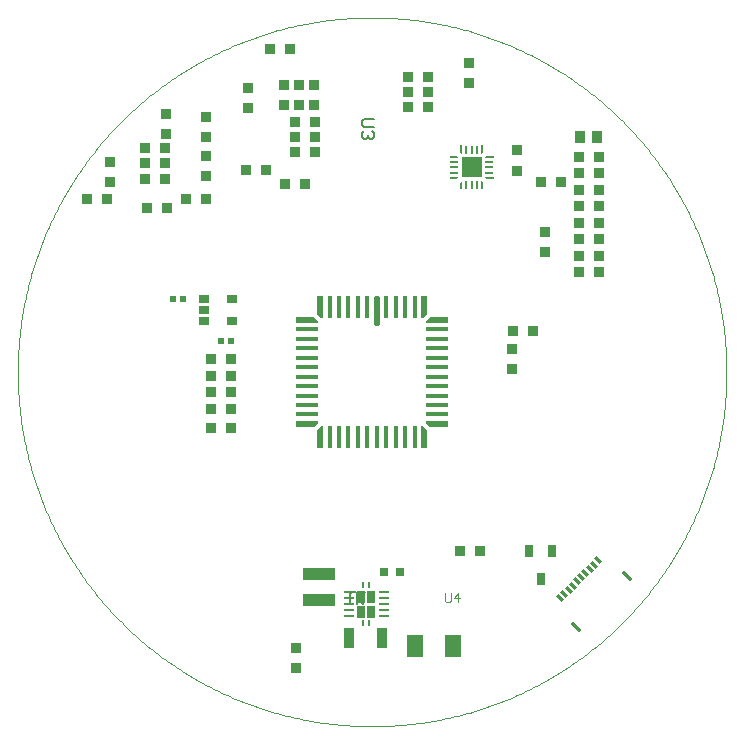
<source format=gbp>
G04*
G04 #@! TF.GenerationSoftware,Altium Limited,Altium Designer,22.4.2 (48)*
G04*
G04 Layer_Color=128*
%FSLAX25Y25*%
%MOIN*%
G70*
G04*
G04 #@! TF.SameCoordinates,A5219701-5F61-4D45-AD81-8ED9BC4A77AE*
G04*
G04*
G04 #@! TF.FilePolarity,Positive*
G04*
G01*
G75*
%ADD14C,0.00787*%
%ADD17C,0.00004*%
%ADD18C,0.00700*%
%ADD19C,0.00400*%
%ADD27R,0.10630X0.03937*%
G04:AMPARAMS|DCode=29|XSize=9.06mil|YSize=31.5mil|CornerRadius=1mil|HoleSize=0mil|Usage=FLASHONLY|Rotation=90.000|XOffset=0mil|YOffset=0mil|HoleType=Round|Shape=RoundedRectangle|*
%AMROUNDEDRECTD29*
21,1,0.00906,0.02950,0,0,90.0*
21,1,0.00706,0.03150,0,0,90.0*
1,1,0.00200,0.01475,0.00353*
1,1,0.00200,0.01475,-0.00353*
1,1,0.00200,-0.01475,-0.00353*
1,1,0.00200,-0.01475,0.00353*
%
%ADD29ROUNDEDRECTD29*%
%ADD33R,0.03543X0.03543*%
%ADD41R,0.05315X0.07480*%
%ADD42R,0.03740X0.06693*%
%ADD43R,0.03740X0.04134*%
%ADD46R,0.03543X0.03543*%
G04:AMPARAMS|DCode=103|XSize=11.81mil|YSize=27.56mil|CornerRadius=0mil|HoleSize=0mil|Usage=FLASHONLY|Rotation=225.000|XOffset=0mil|YOffset=0mil|HoleType=Round|Shape=Rectangle|*
%AMROTATEDRECTD103*
4,1,4,-0.00557,0.01392,0.01392,-0.00557,0.00557,-0.01392,-0.01392,0.00557,-0.00557,0.01392,0.0*
%
%ADD103ROTATEDRECTD103*%

G04:AMPARAMS|DCode=104|XSize=11.81mil|YSize=39.37mil|CornerRadius=0mil|HoleSize=0mil|Usage=FLASHONLY|Rotation=225.000|XOffset=0mil|YOffset=0mil|HoleType=Round|Shape=Rectangle|*
%AMROTATEDRECTD104*
4,1,4,-0.00974,0.01810,0.01810,-0.00974,0.00974,-0.01810,-0.01810,0.00974,-0.00974,0.01810,0.0*
%
%ADD104ROTATEDRECTD104*%

%ADD105R,0.02423X0.02254*%
%ADD106R,0.02756X0.03937*%
%ADD112R,0.02559X0.02756*%
%ADD114R,0.06693X0.06693*%
%ADD119R,0.03543X0.02559*%
%ADD142R,0.02677X0.04134*%
%ADD143R,0.01024X0.01968*%
%ADD144R,0.01772X0.07480*%
%ADD145R,0.01772X0.03740*%
G04:AMPARAMS|DCode=146|XSize=17.72mil|YSize=100.39mil|CornerRadius=0mil|HoleSize=0mil|Usage=FLASHONLY|Rotation=180.000|XOffset=0mil|YOffset=0mil|HoleType=Round|Shape=Octagon|*
%AMOCTAGOND146*
4,1,8,0.00443,-0.05020,-0.00443,-0.05020,-0.00886,-0.04577,-0.00886,0.04577,-0.00443,0.05020,0.00443,0.05020,0.00886,0.04577,0.00886,-0.04577,0.00443,-0.05020,0.0*
%
%ADD146OCTAGOND146*%

%ADD147R,0.07480X0.01772*%
%ADD148R,0.03740X0.01772*%
%ADD149R,0.00787X0.02953*%
%ADD150R,0.02953X0.00787*%
G04:AMPARAMS|DCode=151|XSize=7.87mil|YSize=13.78mil|CornerRadius=0mil|HoleSize=0mil|Usage=FLASHONLY|Rotation=90.000|XOffset=0mil|YOffset=0mil|HoleType=Round|Shape=Octagon|*
%AMOCTAGOND151*
4,1,8,-0.00689,-0.00197,-0.00689,0.00197,-0.00492,0.00394,0.00492,0.00394,0.00689,0.00197,0.00689,-0.00197,0.00492,-0.00394,-0.00492,-0.00394,-0.00689,-0.00197,0.0*
%
%ADD151OCTAGOND151*%

G36*
X119920Y120907D02*
X118601Y119588D01*
X112442D01*
Y121357D01*
X119920D01*
Y120907D01*
D02*
G37*
G36*
X121338Y112442D02*
X119588D01*
Y118601D01*
X120907Y119920D01*
X121357D01*
X121338Y112442D01*
D02*
G37*
G36*
X121357Y155670D02*
X120907D01*
X119588Y156990D01*
Y163149D01*
X121357D01*
Y155670D01*
D02*
G37*
G36*
X119920Y154683D02*
Y154233D01*
X112442Y154253D01*
Y156003D01*
X118601D01*
X119920Y154683D01*
D02*
G37*
G36*
X163149Y121338D02*
Y119588D01*
X156990D01*
X155670Y120907D01*
Y121357D01*
X163149Y121338D01*
D02*
G37*
G36*
X156003Y118601D02*
Y112442D01*
X154233D01*
Y119920D01*
X154683D01*
X156003Y118601D01*
D02*
G37*
G36*
Y156990D02*
X154683Y155670D01*
X154233D01*
X154253Y163149D01*
X156003D01*
Y156990D01*
D02*
G37*
G36*
X163149Y154233D02*
X155670D01*
Y154683D01*
X156990Y156003D01*
X163149D01*
Y154233D01*
D02*
G37*
G36*
X167850Y198619D02*
X167064D01*
Y200939D01*
X167695Y201570D01*
X167850D01*
Y198619D01*
D02*
G37*
G36*
X166570Y202695D02*
X165939Y202064D01*
X164013D01*
Y202850D01*
X166570D01*
Y202695D01*
D02*
G37*
G36*
Y209305D02*
Y209151D01*
X163619D01*
Y209936D01*
X165939D01*
X166570Y209305D01*
D02*
G37*
G36*
X167850Y210430D02*
X167695D01*
X167064Y211061D01*
Y213381D01*
X167850D01*
Y210430D01*
D02*
G37*
G36*
X174936Y200939D02*
Y198619D01*
X174151D01*
Y201570D01*
X174305D01*
X174936Y200939D01*
D02*
G37*
G36*
X178381Y202064D02*
X176061D01*
X175430Y202695D01*
Y202850D01*
X178381D01*
Y202064D01*
D02*
G37*
G36*
X174936Y211061D02*
X174305Y210430D01*
X174151D01*
Y213381D01*
X174936D01*
Y211061D01*
D02*
G37*
G36*
X178381Y209151D02*
X175430D01*
Y209305D01*
X176061Y209936D01*
X178381D01*
Y209151D01*
D02*
G37*
D14*
X130307Y60501D02*
Y63781D01*
X130963Y64437D01*
X132275D01*
X132931Y63781D01*
Y60501D01*
X134243Y64437D02*
X135555D01*
X134899D01*
Y60501D01*
X134243Y61157D01*
D17*
X137795Y19685D02*
X138793Y19689D01*
X139790Y19702D01*
X140787Y19723D01*
X141784Y19752D01*
X142781Y19790D01*
X143777Y19837D01*
X144773Y19891D01*
X145769Y19954D01*
X146764Y20026D01*
X147758Y20106D01*
X148751Y20194D01*
X149744Y20291D01*
X150736Y20396D01*
X151727Y20509D01*
X152717Y20631D01*
X153706Y20762D01*
X154693Y20900D01*
X155680Y21047D01*
X156665Y21202D01*
X157649Y21366D01*
X158632Y21538D01*
X159613Y21718D01*
X160592Y21906D01*
X161570Y22103D01*
X162546Y22308D01*
X163521Y22521D01*
X164493Y22742D01*
X165464Y22972D01*
X166432Y23209D01*
X167399Y23455D01*
X168364Y23709D01*
X169326Y23971D01*
X170286Y24242D01*
X171244Y24520D01*
X172199Y24807D01*
X173152Y25101D01*
X174102Y25404D01*
X175050Y25715D01*
X175996Y26033D01*
X176938Y26360D01*
X177878Y26694D01*
X178814Y27037D01*
X179748Y27387D01*
X180679Y27745D01*
X181607Y28111D01*
X182532Y28485D01*
X183453Y28867D01*
X184371Y29256D01*
X185286Y29654D01*
X186198Y30059D01*
X187106Y30471D01*
X188011Y30891D01*
X188911Y31319D01*
X189809Y31755D01*
X190702Y32198D01*
X191592Y32648D01*
X192478Y33106D01*
X193360Y33572D01*
X194239Y34045D01*
X195113Y34525D01*
X195983Y35013D01*
X196849Y35508D01*
X197710Y36010D01*
X198568Y36520D01*
X199421Y37037D01*
X200270Y37561D01*
X201114Y38092D01*
X201954Y38630D01*
X202789Y39175D01*
X203619Y39728D01*
X204445Y40287D01*
X205266Y40854D01*
X206082Y41427D01*
X206894Y42007D01*
X207700Y42594D01*
X208502Y43187D01*
X209298Y43788D01*
X210089Y44395D01*
X210876Y45009D01*
X211656Y45629D01*
X212432Y46256D01*
X213203Y46890D01*
X213967Y47530D01*
X214727Y48177D01*
X215481Y48829D01*
X216230Y49489D01*
X216973Y50154D01*
X217710Y50826D01*
X218442Y51504D01*
X219167Y52188D01*
X219887Y52878D01*
X220602Y53574D01*
X221310Y54277D01*
X222012Y54985D01*
X222709Y55699D01*
X223399Y56419D01*
X224083Y57145D01*
X224761Y57876D01*
X225433Y58614D01*
X226098Y59357D01*
X226758Y60105D01*
X227410Y60859D01*
X228057Y61619D01*
X228697Y62384D01*
X229330Y63154D01*
X229958Y63930D01*
X230578Y64711D01*
X231192Y65497D01*
X231799Y66288D01*
X232400Y67084D01*
X232994Y67886D01*
X233580Y68692D01*
X234161Y69504D01*
X234734Y70320D01*
X235300Y71141D01*
X235860Y71967D01*
X236412Y72797D01*
X236957Y73632D01*
X237496Y74472D01*
X238027Y75316D01*
X238551Y76165D01*
X239068Y77018D01*
X239578Y77875D01*
X240080Y78737D01*
X240575Y79603D01*
X241063Y80473D01*
X241543Y81347D01*
X242016Y82225D01*
X242482Y83107D01*
X242940Y83993D01*
X243390Y84883D01*
X243833Y85777D01*
X244269Y86674D01*
X244697Y87575D01*
X245117Y88480D01*
X245530Y89388D01*
X245935Y90299D01*
X246332Y91214D01*
X246722Y92132D01*
X247103Y93054D01*
X247477Y93978D01*
X247843Y94906D01*
X248201Y95837D01*
X248552Y96771D01*
X248894Y97708D01*
X249229Y98647D01*
X249556Y99590D01*
X249874Y100535D01*
X250185Y101483D01*
X250487Y102433D01*
X250782Y103386D01*
X251069Y104341D01*
X251347Y105299D01*
X251618Y106259D01*
X251880Y107221D01*
X252134Y108186D01*
X252380Y109153D01*
X252618Y110121D01*
X252847Y111092D01*
X253069Y112065D01*
X253282Y113039D01*
X253487Y114015D01*
X253683Y114993D01*
X253872Y115972D01*
X254052Y116953D01*
X254224Y117936D01*
X254387Y118920D01*
X254543Y119905D01*
X254690Y120892D01*
X254828Y121879D01*
X254959Y122868D01*
X255080Y123858D01*
X255194Y124849D01*
X255299Y125841D01*
X255396Y126834D01*
X255484Y127827D01*
X255564Y128821D01*
X255636Y129816D01*
X255699Y130812D01*
X255754Y131808D01*
X255800Y132804D01*
X255838Y133801D01*
X255868Y134798D01*
X255889Y135795D01*
X255901Y136792D01*
X255906Y137790D01*
Y137795D01*
X255901Y138793D01*
X255889Y139790D01*
X255868Y140787D01*
X255838Y141784D01*
X255800Y142781D01*
X255754Y143778D01*
X255699Y144773D01*
X255636Y145769D01*
X255564Y146764D01*
X255485Y147758D01*
X255396Y148751D01*
X255299Y149744D01*
X255194Y150736D01*
X255081Y151727D01*
X254959Y152717D01*
X254829Y153706D01*
X254690Y154694D01*
X254543Y155680D01*
X254388Y156666D01*
X254225Y157650D01*
X254053Y158632D01*
X253873Y159613D01*
X253684Y160593D01*
X253488Y161571D01*
X253283Y162547D01*
X253070Y163521D01*
X252848Y164494D01*
X252619Y165464D01*
X252381Y166433D01*
X252135Y167400D01*
X251881Y168365D01*
X251619Y169327D01*
X251348Y170287D01*
X251070Y171245D01*
X250783Y172200D01*
X250489Y173153D01*
X250186Y174104D01*
X249876Y175051D01*
X249557Y175997D01*
X249230Y176939D01*
X248896Y177879D01*
X248553Y178816D01*
X248203Y179750D01*
X247845Y180680D01*
X247479Y181608D01*
X247105Y182533D01*
X246723Y183455D01*
X246334Y184373D01*
X245936Y185288D01*
X245532Y186199D01*
X245119Y187107D01*
X244699Y188012D01*
X244271Y188913D01*
X243835Y189810D01*
X243392Y190704D01*
X242942Y191594D01*
X242483Y192480D01*
X242018Y193362D01*
X241545Y194240D01*
X241065Y195114D01*
X240577Y195984D01*
X240082Y196850D01*
X239579Y197712D01*
X239070Y198570D01*
X238553Y199423D01*
X238029Y200271D01*
X237498Y201116D01*
X236959Y201955D01*
X236414Y202790D01*
X235862Y203621D01*
X235302Y204447D01*
X234736Y205268D01*
X234163Y206084D01*
X233582Y206896D01*
X232996Y207702D01*
X232402Y208504D01*
X231801Y209300D01*
X231194Y210091D01*
X230580Y210877D01*
X229960Y211658D01*
X229332Y212434D01*
X228699Y213205D01*
X228059Y213969D01*
X227412Y214729D01*
X226760Y215483D01*
X226100Y216232D01*
X225435Y216975D01*
X224763Y217712D01*
X224085Y218443D01*
X223401Y219169D01*
X222710Y219889D01*
X222014Y220604D01*
X221312Y221312D01*
X220603Y222014D01*
X219889Y222710D01*
X219169Y223401D01*
X218443Y224085D01*
X217712Y224763D01*
X216975Y225435D01*
X216232Y226100D01*
X215483Y226760D01*
X214729Y227412D01*
X213969Y228059D01*
X213204Y228699D01*
X212434Y229333D01*
X211658Y229960D01*
X210877Y230580D01*
X210091Y231194D01*
X209300Y231801D01*
X208504Y232402D01*
X207702Y232996D01*
X206895Y233582D01*
X206084Y234163D01*
X205268Y234736D01*
X204447Y235302D01*
X203621Y235862D01*
X202790Y236414D01*
X201955Y236959D01*
X201115Y237498D01*
X200271Y238029D01*
X199423Y238553D01*
X198570Y239070D01*
X197712Y239579D01*
X196850Y240082D01*
X195984Y240577D01*
X195114Y241065D01*
X194240Y241545D01*
X193362Y242018D01*
X192480Y242483D01*
X191594Y242942D01*
X190704Y243392D01*
X189810Y243835D01*
X188913Y244271D01*
X188012Y244699D01*
X187107Y245119D01*
X186199Y245532D01*
X185288Y245936D01*
X184373Y246334D01*
X183454Y246723D01*
X182533Y247105D01*
X181608Y247479D01*
X180680Y247845D01*
X179749Y248203D01*
X178815Y248553D01*
X177879Y248896D01*
X176939Y249231D01*
X175996Y249557D01*
X175051Y249876D01*
X174103Y250186D01*
X173153Y250489D01*
X172200Y250783D01*
X171245Y251070D01*
X170287Y251348D01*
X169327Y251619D01*
X168364Y251881D01*
X167400Y252135D01*
X166433Y252381D01*
X165464Y252619D01*
X164494Y252848D01*
X163521Y253070D01*
X162547Y253283D01*
X161571Y253488D01*
X160593Y253684D01*
X159613Y253873D01*
X158632Y254053D01*
X157650Y254225D01*
X156666Y254388D01*
X155680Y254543D01*
X154694Y254690D01*
X153706Y254829D01*
X152717Y254959D01*
X151727Y255081D01*
X150736Y255194D01*
X149744Y255299D01*
X148751Y255396D01*
X147758Y255485D01*
X146764Y255564D01*
X145769Y255636D01*
X144773Y255699D01*
X143777Y255754D01*
X142781Y255800D01*
X141784Y255838D01*
X140787Y255868D01*
X139790Y255889D01*
X138793Y255901D01*
X137795Y255906D01*
X136798Y255901D01*
X135801Y255889D01*
X134803Y255868D01*
X133806Y255838D01*
X132809Y255800D01*
X131813Y255754D01*
X130817Y255699D01*
X129822Y255636D01*
X128827Y255564D01*
X127832Y255485D01*
X126839Y255396D01*
X125846Y255299D01*
X124854Y255194D01*
X123863Y255081D01*
X122873Y254959D01*
X121885Y254829D01*
X120897Y254690D01*
X119910Y254543D01*
X118925Y254388D01*
X117941Y254225D01*
X116958Y254053D01*
X115977Y253873D01*
X114998Y253684D01*
X114020Y253488D01*
X113044Y253283D01*
X112069Y253070D01*
X111097Y252848D01*
X110126Y252619D01*
X109157Y252381D01*
X108191Y252135D01*
X107226Y251881D01*
X106264Y251619D01*
X105304Y251348D01*
X104346Y251070D01*
X103390Y250783D01*
X102437Y250489D01*
X101487Y250186D01*
X100539Y249876D01*
X99594Y249557D01*
X98651Y249230D01*
X97712Y248896D01*
X96775Y248553D01*
X95841Y248203D01*
X94910Y247845D01*
X93982Y247479D01*
X93058Y247105D01*
X92136Y246723D01*
X91218Y246334D01*
X90303Y245936D01*
X89391Y245531D01*
X88483Y245119D01*
X87578Y244699D01*
X86677Y244271D01*
X85780Y243835D01*
X84886Y243392D01*
X83997Y242941D01*
X83111Y242483D01*
X82228Y242018D01*
X81350Y241545D01*
X80476Y241065D01*
X79606Y240577D01*
X78740Y240082D01*
X77878Y239579D01*
X77021Y239070D01*
X76168Y238553D01*
X75319Y238029D01*
X74475Y237498D01*
X73635Y236959D01*
X72800Y236414D01*
X71969Y235862D01*
X71144Y235302D01*
X70323Y234736D01*
X69506Y234162D01*
X68695Y233582D01*
X67888Y232995D01*
X67087Y232402D01*
X66291Y231801D01*
X65499Y231194D01*
X64713Y230580D01*
X63932Y229960D01*
X63156Y229332D01*
X62386Y228699D01*
X61621Y228059D01*
X60861Y227412D01*
X60107Y226759D01*
X59359Y226100D01*
X58616Y225435D01*
X57879Y224763D01*
X57147Y224085D01*
X56421Y223401D01*
X55701Y222710D01*
X54987Y222014D01*
X54279Y221312D01*
X53576Y220603D01*
X52880Y219889D01*
X52190Y219169D01*
X51506Y218443D01*
X50828Y217712D01*
X50156Y216974D01*
X49490Y216232D01*
X48831Y215483D01*
X48178Y214729D01*
X47532Y213969D01*
X46891Y213204D01*
X46258Y212434D01*
X45631Y211658D01*
X45010Y210877D01*
X44396Y210091D01*
X43789Y209300D01*
X43189Y208503D01*
X42595Y207702D01*
X42008Y206895D01*
X41428Y206084D01*
X40855Y205268D01*
X40288Y204447D01*
X39729Y203621D01*
X39176Y202790D01*
X38631Y201955D01*
X38093Y201115D01*
X37562Y200271D01*
X37038Y199423D01*
X36521Y198569D01*
X36011Y197712D01*
X35509Y196850D01*
X35014Y195984D01*
X34526Y195114D01*
X34045Y194240D01*
X33573Y193362D01*
X33107Y192480D01*
X32649Y191594D01*
X32198Y190704D01*
X31755Y189810D01*
X31320Y188913D01*
X30892Y188012D01*
X30472Y187107D01*
X30059Y186199D01*
X29654Y185288D01*
X29257Y184373D01*
X28867Y183454D01*
X28486Y182533D01*
X28112Y181608D01*
X27746Y180680D01*
X27387Y179749D01*
X27037Y178815D01*
X26695Y177879D01*
X26360Y176939D01*
X26033Y175996D01*
X25715Y175051D01*
X25404Y174103D01*
X25102Y173153D01*
X24807Y172200D01*
X24521Y171245D01*
X24242Y170287D01*
X23972Y169327D01*
X23709Y168364D01*
X23455Y167400D01*
X23210Y166433D01*
X22972Y165464D01*
X22742Y164494D01*
X22521Y163521D01*
X22308Y162547D01*
X22103Y161571D01*
X21906Y160593D01*
X21718Y159613D01*
X21538Y158632D01*
X21366Y157650D01*
X21202Y156666D01*
X21047Y155680D01*
X20900Y154694D01*
X20762Y153706D01*
X20631Y152717D01*
X20510Y151727D01*
X20396Y150736D01*
X20291Y149744D01*
X20194Y148751D01*
X20106Y147758D01*
X20026Y146764D01*
X19954Y145769D01*
X19891Y144773D01*
X19837Y143777D01*
X19790Y142781D01*
X19752Y141784D01*
X19723Y140787D01*
X19702Y139790D01*
X19689Y138793D01*
X19685Y137795D01*
X19689Y136798D01*
X19702Y135801D01*
X19723Y134803D01*
X19752Y133806D01*
X19790Y132809D01*
X19837Y131813D01*
X19891Y130817D01*
X19954Y129822D01*
X20026Y128827D01*
X20106Y127832D01*
X20194Y126839D01*
X20291Y125846D01*
X20396Y124854D01*
X20510Y123863D01*
X20631Y122873D01*
X20762Y121885D01*
X20900Y120897D01*
X21047Y119910D01*
X21202Y118925D01*
X21366Y117941D01*
X21538Y116958D01*
X21718Y115977D01*
X21906Y114998D01*
X22103Y114020D01*
X22308Y113044D01*
X22521Y112069D01*
X22742Y111097D01*
X22972Y110126D01*
X23210Y109157D01*
X23456Y108191D01*
X23710Y107226D01*
X23972Y106264D01*
X24242Y105304D01*
X24521Y104346D01*
X24807Y103390D01*
X25102Y102437D01*
X25404Y101487D01*
X25715Y100539D01*
X26034Y99594D01*
X26360Y98651D01*
X26695Y97712D01*
X27037Y96775D01*
X27387Y95841D01*
X27746Y94910D01*
X28112Y93982D01*
X28486Y93058D01*
X28868Y92136D01*
X29257Y91218D01*
X29654Y90303D01*
X30059Y89391D01*
X30472Y88483D01*
X30892Y87578D01*
X31320Y86677D01*
X31755Y85780D01*
X32199Y84886D01*
X32649Y83997D01*
X33107Y83111D01*
X33573Y82228D01*
X34046Y81350D01*
X34526Y80476D01*
X35014Y79606D01*
X35509Y78740D01*
X36011Y77878D01*
X36521Y77021D01*
X37038Y76168D01*
X37562Y75319D01*
X38093Y74475D01*
X38631Y73635D01*
X39177Y72800D01*
X39729Y71969D01*
X40288Y71144D01*
X40855Y70323D01*
X41428Y69506D01*
X42008Y68695D01*
X42595Y67888D01*
X43189Y67087D01*
X43789Y66291D01*
X44397Y65499D01*
X45011Y64713D01*
X45631Y63932D01*
X46258Y63156D01*
X46892Y62386D01*
X47532Y61621D01*
X48178Y60861D01*
X48831Y60107D01*
X49490Y59359D01*
X50156Y58616D01*
X50828Y57879D01*
X51506Y57147D01*
X52190Y56421D01*
X52880Y55701D01*
X53576Y54987D01*
X54279Y54279D01*
X54987Y53576D01*
X55701Y52880D01*
X56421Y52190D01*
X57147Y51506D01*
X57879Y50828D01*
X58616Y50156D01*
X59359Y49490D01*
X60107Y48831D01*
X60862Y48178D01*
X61621Y47532D01*
X62386Y46891D01*
X63156Y46258D01*
X63932Y45631D01*
X64713Y45010D01*
X65499Y44396D01*
X66291Y43789D01*
X67087Y43189D01*
X67889Y42595D01*
X68695Y42008D01*
X69507Y41428D01*
X70323Y40855D01*
X71144Y40288D01*
X71970Y39729D01*
X72800Y39176D01*
X73635Y38631D01*
X74475Y38093D01*
X75319Y37562D01*
X76168Y37038D01*
X77021Y36521D01*
X77879Y36011D01*
X78740Y35509D01*
X79606Y35014D01*
X80476Y34526D01*
X81350Y34045D01*
X82229Y33573D01*
X83111Y33107D01*
X83997Y32649D01*
X84887Y32198D01*
X85780Y31755D01*
X86678Y31320D01*
X87579Y30892D01*
X88483Y30472D01*
X89391Y30059D01*
X90303Y29654D01*
X91218Y29257D01*
X92136Y28867D01*
X93058Y28486D01*
X93982Y28112D01*
X94910Y27746D01*
X95841Y27387D01*
X96775Y27037D01*
X97712Y26695D01*
X98652Y26360D01*
X99594Y26033D01*
X100539Y25715D01*
X101487Y25404D01*
X102438Y25102D01*
X103391Y24807D01*
X104346Y24521D01*
X105304Y24242D01*
X106264Y23972D01*
X107226Y23709D01*
X108191Y23455D01*
X109158Y23210D01*
X110126Y22972D01*
X111097Y22742D01*
X112069Y22521D01*
X113044Y22308D01*
X114020Y22103D01*
X114998Y21906D01*
X115977Y21718D01*
X116958Y21538D01*
X117941Y21366D01*
X118925Y21202D01*
X119910Y21047D01*
X120896Y20900D01*
X121884Y20762D01*
X122873Y20631D01*
X123863Y20510D01*
X124854Y20396D01*
X125846Y20291D01*
X126839Y20194D01*
X127832Y20106D01*
X128826Y20026D01*
X129821Y19954D01*
X130817Y19891D01*
X131813Y19837D01*
X132809Y19790D01*
X133806Y19752D01*
X134803Y19723D01*
X135800Y19702D01*
X136797Y19689D01*
X137795Y19685D01*
D18*
X138577Y222244D02*
X135245D01*
X134579Y221578D01*
Y220245D01*
X135245Y219578D01*
X138577D01*
X137911Y218245D02*
X138577Y217579D01*
Y216246D01*
X137911Y215580D01*
X137244D01*
X136578Y216246D01*
Y216913D01*
Y216246D01*
X135912Y215580D01*
X135245D01*
X134579Y216246D01*
Y217579D01*
X135245Y218245D01*
D19*
X162067Y64042D02*
Y61543D01*
X162567Y61043D01*
X163566D01*
X164066Y61543D01*
Y64042D01*
X166565Y61043D02*
Y64042D01*
X165066Y62543D01*
X167065D01*
D27*
X120000Y61669D02*
D03*
Y70331D02*
D03*
D29*
X130000Y56500D02*
D03*
Y58468D02*
D03*
Y60437D02*
D03*
Y62406D02*
D03*
Y64374D02*
D03*
X141614D02*
D03*
Y62406D02*
D03*
Y60437D02*
D03*
Y58468D02*
D03*
Y56500D02*
D03*
D33*
X103654Y245500D02*
D03*
X110346D02*
D03*
X90846Y136500D02*
D03*
X84154D02*
D03*
X206654Y182000D02*
D03*
X213346D02*
D03*
X206654Y176500D02*
D03*
X213346D02*
D03*
X206654Y187500D02*
D03*
X213346D02*
D03*
X206654Y193000D02*
D03*
X213346D02*
D03*
X206654Y198500D02*
D03*
X213346D02*
D03*
X156346Y226000D02*
D03*
X149654D02*
D03*
X200846Y201000D02*
D03*
X194154D02*
D03*
X213346Y171000D02*
D03*
X206654D02*
D03*
X84154Y142000D02*
D03*
X90846D02*
D03*
X213346Y204000D02*
D03*
X206654D02*
D03*
X84154Y125500D02*
D03*
X90846D02*
D03*
X84154Y131000D02*
D03*
X90846D02*
D03*
X156346Y231000D02*
D03*
X149654D02*
D03*
X156346Y236000D02*
D03*
X149654D02*
D03*
X213346Y209500D02*
D03*
X206654D02*
D03*
X112004Y221000D02*
D03*
X118697D02*
D03*
X112004Y216000D02*
D03*
X118697D02*
D03*
X95654Y205000D02*
D03*
X102346D02*
D03*
X68846Y212500D02*
D03*
X62154D02*
D03*
X68846Y207500D02*
D03*
X62154D02*
D03*
Y202000D02*
D03*
X68846D02*
D03*
X49346Y195500D02*
D03*
X42654D02*
D03*
X184654Y151500D02*
D03*
X191346D02*
D03*
X90846Y119000D02*
D03*
X84154D02*
D03*
X167154Y78000D02*
D03*
X173846D02*
D03*
X112004Y211000D02*
D03*
X118697D02*
D03*
X108654Y200500D02*
D03*
X115346D02*
D03*
X75654Y195500D02*
D03*
X82346D02*
D03*
X62654Y192500D02*
D03*
X69346D02*
D03*
D41*
X152201Y46500D02*
D03*
X164799D02*
D03*
D42*
X141012Y49000D02*
D03*
X129988D02*
D03*
D43*
X207146Y216000D02*
D03*
X212854D02*
D03*
D46*
X112500Y45846D02*
D03*
Y39154D02*
D03*
X195500Y177654D02*
D03*
Y184346D02*
D03*
X186000Y211610D02*
D03*
Y204917D02*
D03*
X108500Y226654D02*
D03*
Y233346D02*
D03*
X96500Y232346D02*
D03*
Y225654D02*
D03*
X118500Y233346D02*
D03*
Y226654D02*
D03*
X113500Y233346D02*
D03*
Y226654D02*
D03*
X82500Y216154D02*
D03*
Y222846D02*
D03*
Y209846D02*
D03*
Y203154D02*
D03*
X69000Y217154D02*
D03*
Y223846D02*
D03*
X50500Y207846D02*
D03*
Y201154D02*
D03*
X184500Y145346D02*
D03*
Y138654D02*
D03*
X170000Y240846D02*
D03*
Y234154D02*
D03*
D103*
X203331Y65209D02*
D03*
X204724Y66601D02*
D03*
X206116Y67993D02*
D03*
X207507Y69385D02*
D03*
X213075Y74952D02*
D03*
X211683Y73560D02*
D03*
X210291Y72169D02*
D03*
X208899Y70777D02*
D03*
X201940Y63817D02*
D03*
X200548Y62425D02*
D03*
D104*
X222652Y69774D02*
D03*
X205726Y52848D02*
D03*
D105*
X90860Y148000D02*
D03*
X87486D02*
D03*
X71313Y162000D02*
D03*
X74687D02*
D03*
D106*
X190260Y78224D02*
D03*
X197740Y78224D02*
D03*
X194000Y68776D02*
D03*
D112*
X147157Y71000D02*
D03*
X141843D02*
D03*
D114*
X171000Y206000D02*
D03*
D119*
X81776Y154760D02*
D03*
Y158500D02*
D03*
Y162240D02*
D03*
X91224D02*
D03*
Y154760D02*
D03*
D142*
X134036Y57937D02*
D03*
X137578D02*
D03*
Y62937D02*
D03*
X134036D02*
D03*
D143*
X134823Y54020D02*
D03*
X136791D02*
D03*
Y66854D02*
D03*
X134823D02*
D03*
D144*
X123622Y159409D02*
D03*
X126772D02*
D03*
X136220D02*
D03*
X133071D02*
D03*
X129921D02*
D03*
X148819D02*
D03*
X151969D02*
D03*
X145669D02*
D03*
X142520D02*
D03*
X139370Y116181D02*
D03*
X142520D02*
D03*
X145669D02*
D03*
X151969D02*
D03*
X148819D02*
D03*
X129921D02*
D03*
X133071D02*
D03*
X136220D02*
D03*
X126772D02*
D03*
X123622D02*
D03*
D145*
X155118Y160098D02*
D03*
Y115492D02*
D03*
X120472Y160098D02*
D03*
Y115492D02*
D03*
D146*
X139370Y158130D02*
D03*
D147*
X116181Y151969D02*
D03*
Y148819D02*
D03*
Y139370D02*
D03*
Y142520D02*
D03*
Y145669D02*
D03*
Y126772D02*
D03*
Y123622D02*
D03*
Y129921D02*
D03*
Y133071D02*
D03*
Y136220D02*
D03*
X159409D02*
D03*
Y133071D02*
D03*
Y129921D02*
D03*
Y123622D02*
D03*
Y126772D02*
D03*
Y145669D02*
D03*
Y142520D02*
D03*
Y139370D02*
D03*
Y148819D02*
D03*
Y151969D02*
D03*
D148*
X160098Y155118D02*
D03*
Y120472D02*
D03*
X115492Y155118D02*
D03*
Y120472D02*
D03*
D149*
X171000Y211906D02*
D03*
X172772D02*
D03*
X169228D02*
D03*
Y200094D02*
D03*
X172772D02*
D03*
X171000D02*
D03*
D150*
X176906Y206000D02*
D03*
Y207772D02*
D03*
Y204228D02*
D03*
X165094D02*
D03*
Y207772D02*
D03*
Y206000D02*
D03*
D151*
X164307Y202457D02*
D03*
M02*

</source>
